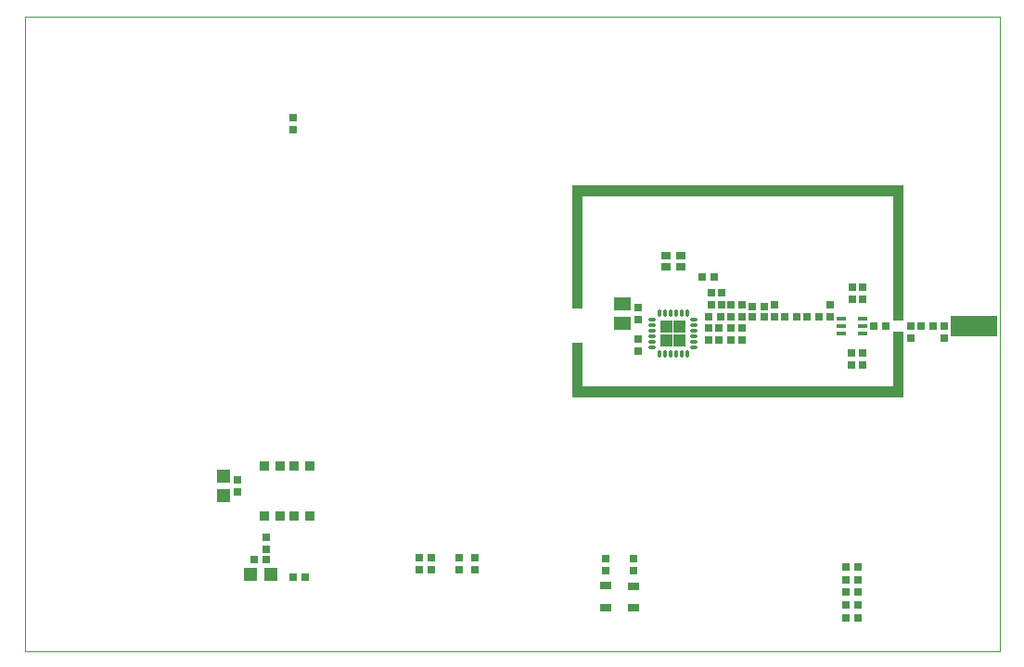
<source format=gtp>
G04 Layer_Color=8421504*
%FSAX43Y43*%
%MOMM*%
G71*
G01*
G75*
%ADD10R,0.650X0.650*%
%ADD11R,0.650X0.650*%
%ADD12R,1.300X1.300*%
%ADD13R,1.600X1.300*%
%ADD14R,0.900X0.900*%
%ADD15R,1.300X1.300*%
%ADD16R,1.000X0.800*%
%ADD17R,0.850X0.400*%
%ADD18R,4.200X1.905*%
%ADD20O,0.300X0.800*%
%ADD21O,0.800X0.300*%
%ADD22R,0.850X0.750*%
%ADD32C,0.050*%
G36*
X0060350Y0027850D02*
X0059250Y0027850D01*
X0059250Y0028950D01*
X0060350Y0028950D01*
X0060350Y0027850D01*
D02*
G37*
G36*
X0059150Y0028950D02*
X0059150Y0027850D01*
X0058050Y0027850D01*
X0058050Y0028950D01*
X0059150Y0028950D01*
D02*
G37*
G36*
X0080250Y0024150D02*
X0080250D01*
Y0023150D01*
X0049950D01*
Y0024150D01*
Y0028150D01*
X0050950D01*
Y0024150D01*
X0079250D01*
Y0029150D01*
X0080250D01*
Y0024150D01*
D02*
G37*
G36*
X0080250Y0042550D02*
Y0041550D01*
Y0030200D01*
X0079250D01*
Y0041550D01*
X0050950D01*
Y0031250D01*
X0049950D01*
Y0041550D01*
Y0042550D01*
Y0042550D01*
X0050950D01*
Y0042550D01*
X0079250D01*
Y0042550D01*
X0080250D01*
Y0042550D01*
D02*
G37*
G36*
X0060350Y0029050D02*
X0059250D01*
X0059250Y0030150D01*
X0060350Y0030150D01*
X0060350Y0029050D01*
D02*
G37*
G36*
X0059150Y0030150D02*
Y0029050D01*
X0058050Y0029050D01*
Y0030150D01*
X0059150Y0030150D01*
D02*
G37*
D10*
X0041100Y0008550D02*
D03*
Y0007450D02*
D03*
X0039650Y0008550D02*
D03*
Y0007450D02*
D03*
X0036000Y0008550D02*
D03*
Y0007450D02*
D03*
X0037100D02*
D03*
Y0008550D02*
D03*
X0075500Y0026150D02*
D03*
Y0027250D02*
D03*
X0076450Y0027250D02*
D03*
Y0026150D02*
D03*
X0062450Y0029550D02*
D03*
Y0028450D02*
D03*
X0019420Y0014550D02*
D03*
Y0015650D02*
D03*
X0056000Y0028500D02*
D03*
Y0027400D02*
D03*
Y0030300D02*
D03*
Y0031400D02*
D03*
X0076450Y0033200D02*
D03*
Y0032100D02*
D03*
X0063600Y0032700D02*
D03*
Y0031600D02*
D03*
X0075550Y0033200D02*
D03*
Y0032100D02*
D03*
X0064500Y0031600D02*
D03*
Y0030500D02*
D03*
X0062700Y0031600D02*
D03*
Y0032700D02*
D03*
X0083900Y0028575D02*
D03*
Y0029675D02*
D03*
X0080900D02*
D03*
Y0028575D02*
D03*
X0065450Y0030500D02*
D03*
Y0031600D02*
D03*
X0068450Y0030500D02*
D03*
Y0031600D02*
D03*
X0055600Y0008421D02*
D03*
Y0007321D02*
D03*
X0053050D02*
D03*
Y0008421D02*
D03*
X0024500Y0048700D02*
D03*
Y0047600D02*
D03*
X0073550Y0030500D02*
D03*
Y0031600D02*
D03*
X0065450Y0028450D02*
D03*
Y0029550D02*
D03*
X0022050Y0009300D02*
D03*
Y0010400D02*
D03*
D11*
X0074950Y0005350D02*
D03*
X0076050D02*
D03*
X0071450Y0030500D02*
D03*
X0072550D02*
D03*
X0082950Y0029675D02*
D03*
X0081850D02*
D03*
X0062450Y0030500D02*
D03*
X0063550D02*
D03*
X0061875Y0034200D02*
D03*
X0062975D02*
D03*
X0025600Y0006750D02*
D03*
X0024500D02*
D03*
X0066400Y0030500D02*
D03*
X0067500D02*
D03*
X0078600Y0029675D02*
D03*
X0077500D02*
D03*
X0070500Y0030500D02*
D03*
X0069400D02*
D03*
X0067500Y0031450D02*
D03*
X0066400D02*
D03*
X0063400Y0029550D02*
D03*
X0064500D02*
D03*
Y0028450D02*
D03*
X0063400D02*
D03*
X0020950Y0008350D02*
D03*
X0022050D02*
D03*
X0076050Y0003050D02*
D03*
X0074950D02*
D03*
Y0004200D02*
D03*
X0076050D02*
D03*
X0074950Y0006500D02*
D03*
X0076050D02*
D03*
X0074950Y0007650D02*
D03*
X0076050D02*
D03*
D12*
X0020650Y0007000D02*
D03*
X0022450D02*
D03*
D13*
X0054550Y0031700D02*
D03*
Y0029900D02*
D03*
D14*
X0026050Y0016900D02*
D03*
X0024550D02*
D03*
X0026050Y0012350D02*
D03*
X0024550D02*
D03*
X0023350Y0016900D02*
D03*
X0021850D02*
D03*
X0023350Y0012350D02*
D03*
X0021850D02*
D03*
D15*
X0018120Y0016000D02*
D03*
Y0014200D02*
D03*
D16*
X0053050Y0003971D02*
D03*
Y0005971D02*
D03*
X0055600Y0005921D02*
D03*
Y0003921D02*
D03*
D17*
X0076475Y0030325D02*
D03*
Y0029675D02*
D03*
Y0029025D02*
D03*
X0074575D02*
D03*
Y0029675D02*
D03*
Y0030325D02*
D03*
D18*
X0086650Y0029675D02*
D03*
D20*
X0060450Y0030900D02*
D03*
X0059950D02*
D03*
X0059450D02*
D03*
X0058950D02*
D03*
X0058450D02*
D03*
X0057950D02*
D03*
Y0027100D02*
D03*
X0058450D02*
D03*
X0058950D02*
D03*
X0059450D02*
D03*
X0059950D02*
D03*
X0060450D02*
D03*
D21*
X0057300Y0030250D02*
D03*
Y0029750D02*
D03*
Y0029250D02*
D03*
Y0028750D02*
D03*
Y0028250D02*
D03*
Y0027750D02*
D03*
X0061100D02*
D03*
Y0028250D02*
D03*
Y0028750D02*
D03*
Y0029250D02*
D03*
Y0029750D02*
D03*
Y0030250D02*
D03*
D22*
X0058525Y0036150D02*
D03*
Y0035100D02*
D03*
X0059875Y0036150D02*
D03*
Y0035100D02*
D03*
D32*
X0000000Y0000000D02*
Y0058000D01*
Y0000000D02*
X0089000D01*
Y0058000D01*
X0000000D02*
X0089000D01*
M02*

</source>
